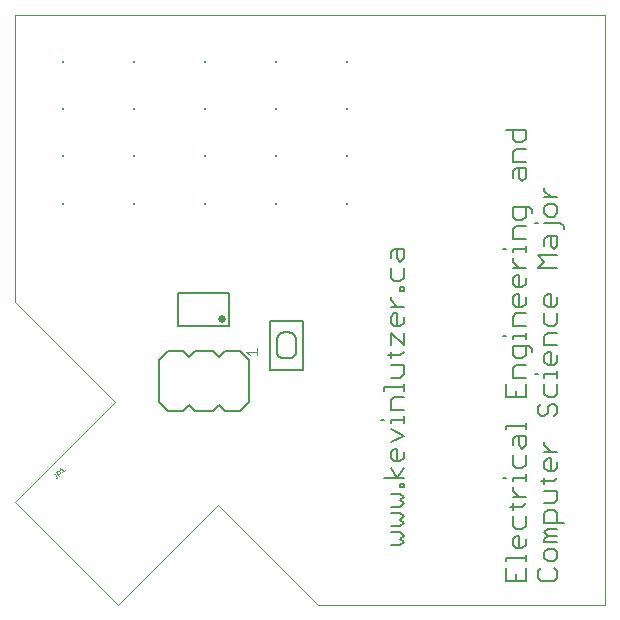
<source format=gto>
G75*
%MOIN*%
%OFA0B0*%
%FSLAX25Y25*%
%IPPOS*%
%LPD*%
%AMOC8*
5,1,8,0,0,1.08239X$1,22.5*
%
%ADD10C,0.00000*%
%ADD11C,0.00600*%
%ADD12C,0.00800*%
%ADD13C,0.02559*%
%ADD14C,0.00500*%
%ADD15C,0.00300*%
%ADD16C,0.00100*%
%ADD17R,0.00787X0.00787*%
D10*
X0007833Y0042085D02*
X0041297Y0075549D01*
X0007833Y0109014D01*
X0007833Y0204683D01*
X0204683Y0204683D01*
X0204683Y0007833D01*
X0109014Y0007833D01*
X0075549Y0041297D01*
X0042085Y0007833D01*
X0007833Y0042085D01*
D11*
X0131049Y0050377D02*
X0137454Y0050377D01*
X0135319Y0050377D02*
X0133184Y0053580D01*
X0134251Y0055748D02*
X0133184Y0056816D01*
X0133184Y0058951D01*
X0134251Y0060019D01*
X0135319Y0060019D01*
X0135319Y0055748D01*
X0136387Y0055748D02*
X0134251Y0055748D01*
X0136387Y0055748D02*
X0137454Y0056816D01*
X0137454Y0058951D01*
X0133184Y0062194D02*
X0137454Y0064329D01*
X0133184Y0066464D01*
X0133184Y0068639D02*
X0133184Y0069707D01*
X0137454Y0069707D01*
X0137454Y0068639D02*
X0137454Y0070775D01*
X0137454Y0072936D02*
X0133184Y0072936D01*
X0133184Y0076139D01*
X0134251Y0077207D01*
X0137454Y0077207D01*
X0137454Y0079382D02*
X0137454Y0081517D01*
X0137454Y0080450D02*
X0131049Y0080450D01*
X0131049Y0079382D01*
X0133184Y0083679D02*
X0136387Y0083679D01*
X0137454Y0084747D01*
X0137454Y0087949D01*
X0133184Y0087949D01*
X0133184Y0090124D02*
X0133184Y0092260D01*
X0132116Y0091192D02*
X0136387Y0091192D01*
X0137454Y0092260D01*
X0137454Y0094421D02*
X0137454Y0098692D01*
X0136387Y0100867D02*
X0134251Y0100867D01*
X0133184Y0101934D01*
X0133184Y0104070D01*
X0134251Y0105137D01*
X0135319Y0105137D01*
X0135319Y0100867D01*
X0136387Y0100867D02*
X0137454Y0101934D01*
X0137454Y0104070D01*
X0137454Y0107312D02*
X0133184Y0107312D01*
X0135319Y0107312D02*
X0133184Y0109448D01*
X0133184Y0110515D01*
X0136387Y0112684D02*
X0136387Y0113751D01*
X0137454Y0113751D01*
X0137454Y0112684D01*
X0136387Y0112684D01*
X0136387Y0115906D02*
X0134251Y0115906D01*
X0133184Y0116974D01*
X0133184Y0120177D01*
X0133184Y0123419D02*
X0133184Y0125555D01*
X0134251Y0126622D01*
X0137454Y0126622D01*
X0137454Y0123419D01*
X0136387Y0122352D01*
X0135319Y0123419D01*
X0135319Y0126622D01*
X0137454Y0120177D02*
X0137454Y0116974D01*
X0136387Y0115906D01*
X0133184Y0098692D02*
X0137454Y0094421D01*
X0133184Y0094421D02*
X0133184Y0098692D01*
X0131049Y0069707D02*
X0129981Y0069707D01*
X0137454Y0053580D02*
X0135319Y0050377D01*
X0136387Y0048222D02*
X0137454Y0048222D01*
X0137454Y0047154D01*
X0136387Y0047154D01*
X0136387Y0048222D01*
X0136387Y0044979D02*
X0133184Y0044979D01*
X0136387Y0044979D02*
X0137454Y0043912D01*
X0136387Y0042844D01*
X0137454Y0041777D01*
X0136387Y0040709D01*
X0133184Y0040709D01*
X0133184Y0038534D02*
X0136387Y0038534D01*
X0137454Y0037466D01*
X0136387Y0036399D01*
X0137454Y0035331D01*
X0136387Y0034263D01*
X0133184Y0034263D01*
X0133184Y0032088D02*
X0136387Y0032088D01*
X0137454Y0031021D01*
X0136387Y0029953D01*
X0137454Y0028886D01*
X0136387Y0027818D01*
X0133184Y0027818D01*
X0170662Y0050376D02*
X0171730Y0050376D01*
X0173865Y0050376D02*
X0173865Y0049309D01*
X0173865Y0050376D02*
X0178135Y0050376D01*
X0178135Y0049309D02*
X0178135Y0051444D01*
X0177068Y0053606D02*
X0174933Y0053606D01*
X0173865Y0054673D01*
X0173865Y0057876D01*
X0173865Y0061119D02*
X0173865Y0063254D01*
X0174933Y0064321D01*
X0178135Y0064321D01*
X0178135Y0061119D01*
X0177068Y0060051D01*
X0176000Y0061119D01*
X0176000Y0064321D01*
X0178135Y0066497D02*
X0178135Y0068632D01*
X0178135Y0067564D02*
X0171730Y0067564D01*
X0171730Y0066497D01*
X0178135Y0057876D02*
X0178135Y0054673D01*
X0177068Y0053606D01*
X0184365Y0053599D02*
X0184365Y0055734D01*
X0185433Y0056802D01*
X0186500Y0056802D01*
X0186500Y0052531D01*
X0185433Y0052531D02*
X0184365Y0053599D01*
X0185433Y0052531D02*
X0187568Y0052531D01*
X0188635Y0053599D01*
X0188635Y0055734D01*
X0188635Y0058977D02*
X0184365Y0058977D01*
X0184365Y0061112D02*
X0184365Y0062180D01*
X0184365Y0061112D02*
X0186500Y0058977D01*
X0184365Y0050370D02*
X0184365Y0048234D01*
X0183297Y0049302D02*
X0187568Y0049302D01*
X0188635Y0050370D01*
X0188635Y0046059D02*
X0184365Y0046059D01*
X0184365Y0041789D02*
X0187568Y0041789D01*
X0188635Y0042856D01*
X0188635Y0046059D01*
X0187568Y0039614D02*
X0185433Y0039614D01*
X0184365Y0038546D01*
X0184365Y0035343D01*
X0190770Y0035343D01*
X0188635Y0035343D02*
X0188635Y0038546D01*
X0187568Y0039614D01*
X0188635Y0033168D02*
X0185433Y0033168D01*
X0184365Y0032101D01*
X0185433Y0031033D01*
X0188635Y0031033D01*
X0188635Y0028898D02*
X0184365Y0028898D01*
X0184365Y0029966D01*
X0185433Y0031033D01*
X0185433Y0026723D02*
X0184365Y0025655D01*
X0184365Y0023520D01*
X0185433Y0022452D01*
X0187568Y0022452D01*
X0188635Y0023520D01*
X0188635Y0025655D01*
X0187568Y0026723D01*
X0185433Y0026723D01*
X0187568Y0020277D02*
X0188635Y0019210D01*
X0188635Y0017075D01*
X0187568Y0016007D01*
X0183297Y0016007D01*
X0182230Y0017075D01*
X0182230Y0019210D01*
X0183297Y0020277D01*
X0178135Y0020277D02*
X0178135Y0016007D01*
X0171730Y0016007D01*
X0171730Y0020277D01*
X0171730Y0022452D02*
X0171730Y0023520D01*
X0178135Y0023520D01*
X0178135Y0022452D02*
X0178135Y0024588D01*
X0177068Y0026749D02*
X0174933Y0026749D01*
X0173865Y0027817D01*
X0173865Y0029952D01*
X0174933Y0031020D01*
X0176000Y0031020D01*
X0176000Y0026749D01*
X0177068Y0026749D02*
X0178135Y0027817D01*
X0178135Y0029952D01*
X0177068Y0033195D02*
X0174933Y0033195D01*
X0173865Y0034263D01*
X0173865Y0037465D01*
X0173865Y0039640D02*
X0173865Y0041776D01*
X0172797Y0040708D02*
X0177068Y0040708D01*
X0178135Y0041776D01*
X0178135Y0043937D02*
X0173865Y0043937D01*
X0176000Y0043937D02*
X0173865Y0046073D01*
X0173865Y0047140D01*
X0178135Y0037465D02*
X0178135Y0034263D01*
X0177068Y0033195D01*
X0174933Y0018142D02*
X0174933Y0016007D01*
X0183297Y0070794D02*
X0182230Y0071861D01*
X0182230Y0073996D01*
X0183297Y0075064D01*
X0185433Y0073996D02*
X0186500Y0075064D01*
X0187568Y0075064D01*
X0188635Y0073996D01*
X0188635Y0071861D01*
X0187568Y0070794D01*
X0185433Y0071861D02*
X0185433Y0073996D01*
X0185433Y0071861D02*
X0184365Y0070794D01*
X0183297Y0070794D01*
X0185433Y0077239D02*
X0187568Y0077239D01*
X0188635Y0078307D01*
X0188635Y0081509D01*
X0188635Y0083685D02*
X0188635Y0085820D01*
X0188635Y0084752D02*
X0184365Y0084752D01*
X0184365Y0083685D01*
X0184365Y0081509D02*
X0184365Y0078307D01*
X0185433Y0077239D01*
X0178135Y0077239D02*
X0178135Y0081509D01*
X0178135Y0083685D02*
X0173865Y0083685D01*
X0173865Y0086887D01*
X0174933Y0087955D01*
X0178135Y0087955D01*
X0177068Y0090130D02*
X0174933Y0090130D01*
X0173865Y0091198D01*
X0173865Y0094400D01*
X0179203Y0094400D01*
X0180270Y0093333D01*
X0180270Y0092265D01*
X0178135Y0091198D02*
X0177068Y0090130D01*
X0178135Y0091198D02*
X0178135Y0094400D01*
X0178135Y0096576D02*
X0178135Y0098711D01*
X0178135Y0097643D02*
X0173865Y0097643D01*
X0173865Y0096576D01*
X0171730Y0097643D02*
X0170662Y0097643D01*
X0173865Y0100873D02*
X0173865Y0104075D01*
X0174933Y0105143D01*
X0178135Y0105143D01*
X0177068Y0107318D02*
X0174933Y0107318D01*
X0173865Y0108386D01*
X0173865Y0110521D01*
X0174933Y0111588D01*
X0176000Y0111588D01*
X0176000Y0107318D01*
X0177068Y0107318D02*
X0178135Y0108386D01*
X0178135Y0110521D01*
X0177068Y0113764D02*
X0174933Y0113764D01*
X0173865Y0114831D01*
X0173865Y0116966D01*
X0174933Y0118034D01*
X0176000Y0118034D01*
X0176000Y0113764D01*
X0177068Y0113764D02*
X0178135Y0114831D01*
X0178135Y0116966D01*
X0178135Y0120209D02*
X0173865Y0120209D01*
X0176000Y0120209D02*
X0173865Y0122344D01*
X0173865Y0123412D01*
X0173865Y0125580D02*
X0173865Y0126648D01*
X0178135Y0126648D01*
X0178135Y0125580D02*
X0178135Y0127716D01*
X0178135Y0129877D02*
X0173865Y0129877D01*
X0173865Y0133080D01*
X0174933Y0134148D01*
X0178135Y0134148D01*
X0177068Y0136323D02*
X0174933Y0136323D01*
X0173865Y0137390D01*
X0173865Y0140593D01*
X0179203Y0140593D01*
X0180270Y0139526D01*
X0180270Y0138458D01*
X0178135Y0137390D02*
X0178135Y0140593D01*
X0178135Y0137390D02*
X0177068Y0136323D01*
X0181162Y0135235D02*
X0182230Y0135235D01*
X0184365Y0135235D02*
X0189703Y0135235D01*
X0190770Y0134168D01*
X0190770Y0133100D01*
X0188635Y0130925D02*
X0188635Y0127722D01*
X0187568Y0126655D01*
X0186500Y0127722D01*
X0186500Y0130925D01*
X0185433Y0130925D02*
X0188635Y0130925D01*
X0185433Y0130925D02*
X0184365Y0129857D01*
X0184365Y0127722D01*
X0182230Y0124479D02*
X0188635Y0124479D01*
X0188635Y0120209D02*
X0182230Y0120209D01*
X0184365Y0122344D01*
X0182230Y0124479D01*
X0171730Y0126648D02*
X0170662Y0126648D01*
X0184365Y0138465D02*
X0184365Y0140600D01*
X0185433Y0141667D01*
X0187568Y0141667D01*
X0188635Y0140600D01*
X0188635Y0138465D01*
X0187568Y0137397D01*
X0185433Y0137397D01*
X0184365Y0138465D01*
X0184365Y0143843D02*
X0188635Y0143843D01*
X0186500Y0143843D02*
X0184365Y0145978D01*
X0184365Y0147045D01*
X0178135Y0150281D02*
X0178135Y0153484D01*
X0174933Y0153484D01*
X0173865Y0152417D01*
X0173865Y0150281D01*
X0176000Y0150281D02*
X0176000Y0153484D01*
X0173865Y0155659D02*
X0173865Y0158862D01*
X0174933Y0159930D01*
X0178135Y0159930D01*
X0177068Y0162105D02*
X0174933Y0162105D01*
X0173865Y0163172D01*
X0173865Y0166375D01*
X0171730Y0166375D02*
X0178135Y0166375D01*
X0178135Y0163172D01*
X0177068Y0162105D01*
X0178135Y0155659D02*
X0173865Y0155659D01*
X0176000Y0150281D02*
X0177068Y0149214D01*
X0178135Y0150281D01*
X0185433Y0111588D02*
X0186500Y0111588D01*
X0186500Y0107318D01*
X0185433Y0107318D02*
X0184365Y0108386D01*
X0184365Y0110521D01*
X0185433Y0111588D01*
X0188635Y0110521D02*
X0188635Y0108386D01*
X0187568Y0107318D01*
X0185433Y0107318D01*
X0184365Y0105143D02*
X0184365Y0101940D01*
X0185433Y0100873D01*
X0187568Y0100873D01*
X0188635Y0101940D01*
X0188635Y0105143D01*
X0188635Y0098697D02*
X0185433Y0098697D01*
X0184365Y0097630D01*
X0184365Y0094427D01*
X0188635Y0094427D01*
X0186500Y0092252D02*
X0186500Y0087982D01*
X0185433Y0087982D02*
X0184365Y0089049D01*
X0184365Y0091184D01*
X0185433Y0092252D01*
X0186500Y0092252D01*
X0188635Y0091184D02*
X0188635Y0089049D01*
X0187568Y0087982D01*
X0185433Y0087982D01*
X0182230Y0084752D02*
X0181162Y0084752D01*
X0174933Y0079374D02*
X0174933Y0077239D01*
X0178135Y0077239D02*
X0171730Y0077239D01*
X0171730Y0081509D01*
X0173865Y0100873D02*
X0178135Y0100873D01*
D12*
X0079290Y0100746D02*
X0079290Y0111770D01*
X0062360Y0111770D01*
X0062360Y0100746D01*
X0079290Y0100746D01*
D13*
X0076829Y0103305D03*
D14*
X0077825Y0092636D02*
X0082825Y0092636D01*
X0085825Y0089636D01*
X0085825Y0075636D01*
X0082825Y0072636D01*
X0077825Y0072636D01*
X0075825Y0074636D01*
X0073825Y0072636D01*
X0067825Y0072636D01*
X0065825Y0074636D01*
X0063825Y0072636D01*
X0058825Y0072636D01*
X0055825Y0075636D01*
X0055825Y0089636D01*
X0058825Y0092636D01*
X0063825Y0092636D01*
X0065825Y0090636D01*
X0067825Y0092636D01*
X0073825Y0092636D01*
X0075825Y0090636D01*
X0077825Y0092636D01*
X0092872Y0086179D02*
X0103896Y0086179D01*
X0103896Y0102715D01*
X0092872Y0102715D01*
X0092872Y0086179D01*
X0097597Y0090116D02*
X0099172Y0090116D01*
X0099172Y0090117D02*
X0099267Y0090119D01*
X0099362Y0090125D01*
X0099457Y0090134D01*
X0099551Y0090148D01*
X0099644Y0090165D01*
X0099737Y0090186D01*
X0099829Y0090210D01*
X0099920Y0090239D01*
X0100010Y0090270D01*
X0100098Y0090306D01*
X0100185Y0090345D01*
X0100270Y0090388D01*
X0100353Y0090433D01*
X0100434Y0090483D01*
X0100514Y0090535D01*
X0100591Y0090591D01*
X0100666Y0090649D01*
X0100738Y0090711D01*
X0100808Y0090776D01*
X0100875Y0090843D01*
X0100940Y0090913D01*
X0101002Y0090985D01*
X0101060Y0091060D01*
X0101116Y0091137D01*
X0101168Y0091217D01*
X0101218Y0091298D01*
X0101263Y0091381D01*
X0101306Y0091466D01*
X0101345Y0091553D01*
X0101381Y0091641D01*
X0101412Y0091731D01*
X0101441Y0091822D01*
X0101465Y0091914D01*
X0101486Y0092007D01*
X0101503Y0092100D01*
X0101517Y0092194D01*
X0101526Y0092289D01*
X0101532Y0092384D01*
X0101534Y0092479D01*
X0101534Y0096416D01*
X0101532Y0096511D01*
X0101526Y0096606D01*
X0101517Y0096701D01*
X0101503Y0096795D01*
X0101486Y0096888D01*
X0101465Y0096981D01*
X0101441Y0097073D01*
X0101412Y0097164D01*
X0101381Y0097254D01*
X0101345Y0097342D01*
X0101306Y0097429D01*
X0101263Y0097514D01*
X0101218Y0097597D01*
X0101168Y0097678D01*
X0101116Y0097758D01*
X0101060Y0097835D01*
X0101002Y0097910D01*
X0100940Y0097982D01*
X0100875Y0098052D01*
X0100808Y0098119D01*
X0100738Y0098184D01*
X0100666Y0098246D01*
X0100591Y0098304D01*
X0100514Y0098360D01*
X0100434Y0098412D01*
X0100353Y0098462D01*
X0100270Y0098507D01*
X0100185Y0098550D01*
X0100098Y0098589D01*
X0100010Y0098625D01*
X0099920Y0098656D01*
X0099829Y0098685D01*
X0099737Y0098709D01*
X0099644Y0098730D01*
X0099551Y0098747D01*
X0099457Y0098761D01*
X0099362Y0098770D01*
X0099267Y0098776D01*
X0099172Y0098778D01*
X0097597Y0098778D01*
X0097502Y0098776D01*
X0097407Y0098770D01*
X0097312Y0098761D01*
X0097218Y0098747D01*
X0097125Y0098730D01*
X0097032Y0098709D01*
X0096940Y0098685D01*
X0096849Y0098656D01*
X0096759Y0098625D01*
X0096671Y0098589D01*
X0096584Y0098550D01*
X0096499Y0098507D01*
X0096416Y0098462D01*
X0096335Y0098412D01*
X0096255Y0098360D01*
X0096178Y0098304D01*
X0096103Y0098246D01*
X0096031Y0098184D01*
X0095961Y0098119D01*
X0095894Y0098052D01*
X0095829Y0097982D01*
X0095767Y0097910D01*
X0095709Y0097835D01*
X0095653Y0097758D01*
X0095601Y0097678D01*
X0095551Y0097597D01*
X0095506Y0097514D01*
X0095463Y0097429D01*
X0095424Y0097342D01*
X0095388Y0097254D01*
X0095357Y0097164D01*
X0095328Y0097073D01*
X0095304Y0096981D01*
X0095283Y0096888D01*
X0095266Y0096795D01*
X0095252Y0096701D01*
X0095243Y0096606D01*
X0095237Y0096511D01*
X0095235Y0096416D01*
X0095234Y0096416D02*
X0095234Y0092479D01*
X0095235Y0092479D02*
X0095237Y0092384D01*
X0095243Y0092289D01*
X0095252Y0092194D01*
X0095266Y0092100D01*
X0095283Y0092007D01*
X0095304Y0091914D01*
X0095328Y0091822D01*
X0095357Y0091731D01*
X0095388Y0091641D01*
X0095424Y0091553D01*
X0095463Y0091466D01*
X0095506Y0091381D01*
X0095551Y0091298D01*
X0095601Y0091217D01*
X0095653Y0091137D01*
X0095709Y0091060D01*
X0095767Y0090985D01*
X0095829Y0090913D01*
X0095894Y0090843D01*
X0095961Y0090776D01*
X0096031Y0090711D01*
X0096103Y0090649D01*
X0096178Y0090591D01*
X0096255Y0090535D01*
X0096335Y0090483D01*
X0096416Y0090433D01*
X0096499Y0090388D01*
X0096584Y0090345D01*
X0096671Y0090306D01*
X0096759Y0090270D01*
X0096849Y0090239D01*
X0096940Y0090210D01*
X0097032Y0090186D01*
X0097125Y0090165D01*
X0097218Y0090148D01*
X0097312Y0090134D01*
X0097407Y0090125D01*
X0097502Y0090119D01*
X0097597Y0090117D01*
D15*
X0088675Y0091103D02*
X0088675Y0093572D01*
X0088675Y0092337D02*
X0084972Y0092337D01*
X0086206Y0091103D01*
D16*
X0024443Y0052797D02*
X0023735Y0052090D01*
X0024089Y0052444D02*
X0023027Y0053505D01*
X0023027Y0052797D01*
X0022870Y0052287D02*
X0022870Y0051933D01*
X0022339Y0051402D01*
X0022693Y0051048D02*
X0021631Y0052110D01*
X0022162Y0052640D01*
X0022516Y0052640D01*
X0022870Y0052287D01*
X0021297Y0051776D02*
X0020944Y0051422D01*
X0021121Y0051599D02*
X0022005Y0050714D01*
X0022005Y0050360D01*
X0021828Y0050183D01*
X0021474Y0050183D01*
D17*
X0023975Y0141691D03*
X0023975Y0157439D03*
X0023975Y0173187D03*
X0023975Y0188935D03*
X0047597Y0188935D03*
X0047597Y0173187D03*
X0047597Y0157439D03*
X0047597Y0141691D03*
X0071219Y0141691D03*
X0071219Y0157439D03*
X0071219Y0173187D03*
X0071219Y0188935D03*
X0094841Y0188935D03*
X0094841Y0173187D03*
X0094841Y0157439D03*
X0094841Y0141691D03*
X0118463Y0141691D03*
X0118463Y0157439D03*
X0118463Y0173187D03*
X0118463Y0188935D03*
M02*

</source>
